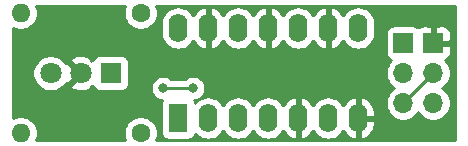
<source format=gbl>
G04 #@! TF.GenerationSoftware,KiCad,Pcbnew,(5.1.5)-3*
G04 #@! TF.CreationDate,2020-11-21T23:04:19+01:00*
G04 #@! TF.ProjectId,C64 IRQ LED,43363420-4952-4512-904c-45442e6b6963,rev?*
G04 #@! TF.SameCoordinates,Original*
G04 #@! TF.FileFunction,Copper,L2,Bot*
G04 #@! TF.FilePolarity,Positive*
%FSLAX46Y46*%
G04 Gerber Fmt 4.6, Leading zero omitted, Abs format (unit mm)*
G04 Created by KiCad (PCBNEW (5.1.5)-3) date 2020-11-21 23:04:19*
%MOMM*%
%LPD*%
G04 APERTURE LIST*
%ADD10C,1.800000*%
%ADD11R,1.800000X1.800000*%
%ADD12O,1.700000X1.700000*%
%ADD13R,1.700000X1.700000*%
%ADD14O,1.600000X1.600000*%
%ADD15C,1.600000*%
%ADD16O,1.600000X2.400000*%
%ADD17R,1.600000X2.400000*%
%ADD18C,0.800000*%
%ADD19C,0.250000*%
%ADD20C,0.254000*%
G04 APERTURE END LIST*
D10*
X116205000Y-114935000D03*
X118745000Y-114935000D03*
D11*
X121285000Y-114935000D03*
D12*
X148590000Y-117475000D03*
X148590000Y-114935000D03*
D13*
X148590000Y-112395000D03*
D14*
X113665000Y-120015000D03*
D15*
X123825000Y-120015000D03*
X123825000Y-109855000D03*
D14*
X113665000Y-109855000D03*
D16*
X127000000Y-111125000D03*
X142240000Y-118745000D03*
X129540000Y-111125000D03*
X139700000Y-118745000D03*
X132080000Y-111125000D03*
X137160000Y-118745000D03*
X134620000Y-111125000D03*
X134620000Y-118745000D03*
X137160000Y-111125000D03*
X132080000Y-118745000D03*
X139700000Y-111125000D03*
X129540000Y-118745000D03*
X142240000Y-111125000D03*
D17*
X127000000Y-118745000D03*
D12*
X146050000Y-117475000D03*
X146050000Y-114935000D03*
D13*
X146050000Y-112395000D03*
D18*
X125730000Y-116205000D03*
X128270000Y-116205000D03*
D19*
X146050000Y-117475000D02*
X148590000Y-114935000D01*
X125730000Y-116205000D02*
X128270000Y-116205000D01*
D20*
G36*
X122445147Y-109436426D02*
G01*
X122390000Y-109713665D01*
X122390000Y-109996335D01*
X122445147Y-110273574D01*
X122553320Y-110534727D01*
X122710363Y-110769759D01*
X122910241Y-110969637D01*
X123145273Y-111126680D01*
X123406426Y-111234853D01*
X123683665Y-111290000D01*
X123966335Y-111290000D01*
X124243574Y-111234853D01*
X124504727Y-111126680D01*
X124739759Y-110969637D01*
X124939637Y-110769759D01*
X125016644Y-110654509D01*
X125565000Y-110654509D01*
X125565000Y-111595492D01*
X125585764Y-111806309D01*
X125667818Y-112076808D01*
X125801068Y-112326101D01*
X125980393Y-112544608D01*
X126198900Y-112723932D01*
X126448193Y-112857182D01*
X126718692Y-112939236D01*
X127000000Y-112966943D01*
X127281309Y-112939236D01*
X127551808Y-112857182D01*
X127801101Y-112723932D01*
X128019608Y-112544608D01*
X128198932Y-112326101D01*
X128267265Y-112198259D01*
X128417399Y-112427839D01*
X128615105Y-112629500D01*
X128848354Y-112788715D01*
X129108182Y-112899367D01*
X129190961Y-112916904D01*
X129413000Y-112794915D01*
X129413000Y-111252000D01*
X129393000Y-111252000D01*
X129393000Y-110998000D01*
X129413000Y-110998000D01*
X129413000Y-109455085D01*
X129667000Y-109455085D01*
X129667000Y-110998000D01*
X129687000Y-110998000D01*
X129687000Y-111252000D01*
X129667000Y-111252000D01*
X129667000Y-112794915D01*
X129889039Y-112916904D01*
X129971818Y-112899367D01*
X130231646Y-112788715D01*
X130464895Y-112629500D01*
X130662601Y-112427839D01*
X130812735Y-112198259D01*
X130881068Y-112326101D01*
X131060393Y-112544608D01*
X131278900Y-112723932D01*
X131528193Y-112857182D01*
X131798692Y-112939236D01*
X132080000Y-112966943D01*
X132361309Y-112939236D01*
X132631808Y-112857182D01*
X132881101Y-112723932D01*
X133099608Y-112544608D01*
X133278932Y-112326101D01*
X133347265Y-112198259D01*
X133497399Y-112427839D01*
X133695105Y-112629500D01*
X133928354Y-112788715D01*
X134188182Y-112899367D01*
X134270961Y-112916904D01*
X134493000Y-112794915D01*
X134493000Y-111252000D01*
X134473000Y-111252000D01*
X134473000Y-110998000D01*
X134493000Y-110998000D01*
X134493000Y-109455085D01*
X134747000Y-109455085D01*
X134747000Y-110998000D01*
X134767000Y-110998000D01*
X134767000Y-111252000D01*
X134747000Y-111252000D01*
X134747000Y-112794915D01*
X134969039Y-112916904D01*
X135051818Y-112899367D01*
X135311646Y-112788715D01*
X135544895Y-112629500D01*
X135742601Y-112427839D01*
X135892735Y-112198259D01*
X135961068Y-112326101D01*
X136140393Y-112544608D01*
X136358900Y-112723932D01*
X136608193Y-112857182D01*
X136878692Y-112939236D01*
X137160000Y-112966943D01*
X137441309Y-112939236D01*
X137711808Y-112857182D01*
X137961101Y-112723932D01*
X138179608Y-112544608D01*
X138358932Y-112326101D01*
X138427265Y-112198259D01*
X138577399Y-112427839D01*
X138775105Y-112629500D01*
X139008354Y-112788715D01*
X139268182Y-112899367D01*
X139350961Y-112916904D01*
X139573000Y-112794915D01*
X139573000Y-111252000D01*
X139553000Y-111252000D01*
X139553000Y-110998000D01*
X139573000Y-110998000D01*
X139573000Y-109455085D01*
X139827000Y-109455085D01*
X139827000Y-110998000D01*
X139847000Y-110998000D01*
X139847000Y-111252000D01*
X139827000Y-111252000D01*
X139827000Y-112794915D01*
X140049039Y-112916904D01*
X140131818Y-112899367D01*
X140391646Y-112788715D01*
X140624895Y-112629500D01*
X140822601Y-112427839D01*
X140972735Y-112198259D01*
X141041068Y-112326101D01*
X141220393Y-112544608D01*
X141438900Y-112723932D01*
X141688193Y-112857182D01*
X141958692Y-112939236D01*
X142240000Y-112966943D01*
X142521309Y-112939236D01*
X142791808Y-112857182D01*
X143041101Y-112723932D01*
X143259608Y-112544608D01*
X143438932Y-112326101D01*
X143572182Y-112076808D01*
X143654236Y-111806309D01*
X143675000Y-111595491D01*
X143675000Y-111545000D01*
X144561928Y-111545000D01*
X144561928Y-113245000D01*
X144574188Y-113369482D01*
X144610498Y-113489180D01*
X144669463Y-113599494D01*
X144748815Y-113696185D01*
X144845506Y-113775537D01*
X144955820Y-113834502D01*
X145028380Y-113856513D01*
X144896525Y-113988368D01*
X144734010Y-114231589D01*
X144622068Y-114501842D01*
X144565000Y-114788740D01*
X144565000Y-115081260D01*
X144622068Y-115368158D01*
X144734010Y-115638411D01*
X144896525Y-115881632D01*
X145103368Y-116088475D01*
X145277760Y-116205000D01*
X145103368Y-116321525D01*
X144896525Y-116528368D01*
X144734010Y-116771589D01*
X144622068Y-117041842D01*
X144565000Y-117328740D01*
X144565000Y-117621260D01*
X144622068Y-117908158D01*
X144734010Y-118178411D01*
X144896525Y-118421632D01*
X145103368Y-118628475D01*
X145346589Y-118790990D01*
X145616842Y-118902932D01*
X145903740Y-118960000D01*
X146196260Y-118960000D01*
X146483158Y-118902932D01*
X146753411Y-118790990D01*
X146996632Y-118628475D01*
X147203475Y-118421632D01*
X147320000Y-118247240D01*
X147436525Y-118421632D01*
X147643368Y-118628475D01*
X147886589Y-118790990D01*
X148156842Y-118902932D01*
X148443740Y-118960000D01*
X148736260Y-118960000D01*
X149023158Y-118902932D01*
X149293411Y-118790990D01*
X149536632Y-118628475D01*
X149743475Y-118421632D01*
X149905990Y-118178411D01*
X150017932Y-117908158D01*
X150075000Y-117621260D01*
X150075000Y-117328740D01*
X150017932Y-117041842D01*
X149905990Y-116771589D01*
X149743475Y-116528368D01*
X149536632Y-116321525D01*
X149362240Y-116205000D01*
X149536632Y-116088475D01*
X149743475Y-115881632D01*
X149905990Y-115638411D01*
X150017932Y-115368158D01*
X150075000Y-115081260D01*
X150075000Y-114788740D01*
X150017932Y-114501842D01*
X149905990Y-114231589D01*
X149743475Y-113988368D01*
X149611620Y-113856513D01*
X149684180Y-113834502D01*
X149794494Y-113775537D01*
X149891185Y-113696185D01*
X149970537Y-113599494D01*
X150029502Y-113489180D01*
X150065812Y-113369482D01*
X150078072Y-113245000D01*
X150075000Y-112680750D01*
X149916250Y-112522000D01*
X148717000Y-112522000D01*
X148717000Y-112542000D01*
X148463000Y-112542000D01*
X148463000Y-112522000D01*
X148443000Y-112522000D01*
X148443000Y-112268000D01*
X148463000Y-112268000D01*
X148463000Y-111068750D01*
X148717000Y-111068750D01*
X148717000Y-112268000D01*
X149916250Y-112268000D01*
X150075000Y-112109250D01*
X150078072Y-111545000D01*
X150065812Y-111420518D01*
X150029502Y-111300820D01*
X149970537Y-111190506D01*
X149891185Y-111093815D01*
X149794494Y-111014463D01*
X149684180Y-110955498D01*
X149564482Y-110919188D01*
X149440000Y-110906928D01*
X148875750Y-110910000D01*
X148717000Y-111068750D01*
X148463000Y-111068750D01*
X148304250Y-110910000D01*
X147740000Y-110906928D01*
X147615518Y-110919188D01*
X147495820Y-110955498D01*
X147385506Y-111014463D01*
X147320000Y-111068222D01*
X147254494Y-111014463D01*
X147144180Y-110955498D01*
X147024482Y-110919188D01*
X146900000Y-110906928D01*
X145200000Y-110906928D01*
X145075518Y-110919188D01*
X144955820Y-110955498D01*
X144845506Y-111014463D01*
X144748815Y-111093815D01*
X144669463Y-111190506D01*
X144610498Y-111300820D01*
X144574188Y-111420518D01*
X144561928Y-111545000D01*
X143675000Y-111545000D01*
X143675000Y-110654508D01*
X143654236Y-110443691D01*
X143572182Y-110173192D01*
X143438932Y-109923899D01*
X143259607Y-109705392D01*
X143041100Y-109526068D01*
X142791807Y-109392818D01*
X142521308Y-109310764D01*
X142240000Y-109283057D01*
X141958691Y-109310764D01*
X141688192Y-109392818D01*
X141438899Y-109526068D01*
X141220392Y-109705393D01*
X141041068Y-109923900D01*
X140972735Y-110051742D01*
X140822601Y-109822161D01*
X140624895Y-109620500D01*
X140391646Y-109461285D01*
X140131818Y-109350633D01*
X140049039Y-109333096D01*
X139827000Y-109455085D01*
X139573000Y-109455085D01*
X139350961Y-109333096D01*
X139268182Y-109350633D01*
X139008354Y-109461285D01*
X138775105Y-109620500D01*
X138577399Y-109822161D01*
X138427265Y-110051741D01*
X138358932Y-109923899D01*
X138179607Y-109705392D01*
X137961100Y-109526068D01*
X137711807Y-109392818D01*
X137441308Y-109310764D01*
X137160000Y-109283057D01*
X136878691Y-109310764D01*
X136608192Y-109392818D01*
X136358899Y-109526068D01*
X136140392Y-109705393D01*
X135961068Y-109923900D01*
X135892735Y-110051742D01*
X135742601Y-109822161D01*
X135544895Y-109620500D01*
X135311646Y-109461285D01*
X135051818Y-109350633D01*
X134969039Y-109333096D01*
X134747000Y-109455085D01*
X134493000Y-109455085D01*
X134270961Y-109333096D01*
X134188182Y-109350633D01*
X133928354Y-109461285D01*
X133695105Y-109620500D01*
X133497399Y-109822161D01*
X133347265Y-110051741D01*
X133278932Y-109923899D01*
X133099607Y-109705392D01*
X132881100Y-109526068D01*
X132631807Y-109392818D01*
X132361308Y-109310764D01*
X132080000Y-109283057D01*
X131798691Y-109310764D01*
X131528192Y-109392818D01*
X131278899Y-109526068D01*
X131060392Y-109705393D01*
X130881068Y-109923900D01*
X130812735Y-110051742D01*
X130662601Y-109822161D01*
X130464895Y-109620500D01*
X130231646Y-109461285D01*
X129971818Y-109350633D01*
X129889039Y-109333096D01*
X129667000Y-109455085D01*
X129413000Y-109455085D01*
X129190961Y-109333096D01*
X129108182Y-109350633D01*
X128848354Y-109461285D01*
X128615105Y-109620500D01*
X128417399Y-109822161D01*
X128267265Y-110051741D01*
X128198932Y-109923899D01*
X128019607Y-109705392D01*
X127801100Y-109526068D01*
X127551807Y-109392818D01*
X127281308Y-109310764D01*
X127000000Y-109283057D01*
X126718691Y-109310764D01*
X126448192Y-109392818D01*
X126198899Y-109526068D01*
X125980392Y-109705393D01*
X125801068Y-109923900D01*
X125667818Y-110173193D01*
X125585764Y-110443692D01*
X125565000Y-110654509D01*
X125016644Y-110654509D01*
X125096680Y-110534727D01*
X125204853Y-110273574D01*
X125260000Y-109996335D01*
X125260000Y-109713665D01*
X125204853Y-109436426D01*
X125125562Y-109245000D01*
X150462725Y-109245000D01*
X150469513Y-109245666D01*
X150470000Y-109250301D01*
X150470001Y-120617715D01*
X150469335Y-120624513D01*
X150464699Y-120625000D01*
X125125562Y-120625000D01*
X125204853Y-120433574D01*
X125260000Y-120156335D01*
X125260000Y-119873665D01*
X125204853Y-119596426D01*
X125096680Y-119335273D01*
X124939637Y-119100241D01*
X124739759Y-118900363D01*
X124504727Y-118743320D01*
X124243574Y-118635147D01*
X123966335Y-118580000D01*
X123683665Y-118580000D01*
X123406426Y-118635147D01*
X123145273Y-118743320D01*
X122910241Y-118900363D01*
X122710363Y-119100241D01*
X122553320Y-119335273D01*
X122445147Y-119596426D01*
X122390000Y-119873665D01*
X122390000Y-120156335D01*
X122445147Y-120433574D01*
X122524438Y-120625000D01*
X114965562Y-120625000D01*
X115044853Y-120433574D01*
X115100000Y-120156335D01*
X115100000Y-119873665D01*
X115044853Y-119596426D01*
X114936680Y-119335273D01*
X114779637Y-119100241D01*
X114579759Y-118900363D01*
X114344727Y-118743320D01*
X114083574Y-118635147D01*
X113806335Y-118580000D01*
X113523665Y-118580000D01*
X113246426Y-118635147D01*
X113055000Y-118714438D01*
X113055000Y-114783816D01*
X114670000Y-114783816D01*
X114670000Y-115086184D01*
X114728989Y-115382743D01*
X114844701Y-115662095D01*
X115012688Y-115913505D01*
X115226495Y-116127312D01*
X115477905Y-116295299D01*
X115757257Y-116411011D01*
X116053816Y-116470000D01*
X116356184Y-116470000D01*
X116652743Y-116411011D01*
X116932095Y-116295299D01*
X117183505Y-116127312D01*
X117397312Y-115913505D01*
X117499951Y-115759895D01*
X117680920Y-115819475D01*
X118565395Y-114935000D01*
X117680920Y-114050525D01*
X117499951Y-114110105D01*
X117397312Y-113956495D01*
X117311737Y-113870920D01*
X117860525Y-113870920D01*
X118745000Y-114755395D01*
X118759143Y-114741253D01*
X118938748Y-114920858D01*
X118924605Y-114935000D01*
X118938748Y-114949143D01*
X118759143Y-115128748D01*
X118745000Y-115114605D01*
X117860525Y-115999080D01*
X117944208Y-116253261D01*
X118216775Y-116384158D01*
X118509642Y-116459365D01*
X118811553Y-116475991D01*
X119110907Y-116433397D01*
X119396199Y-116333222D01*
X119545792Y-116253261D01*
X119629474Y-115999082D01*
X119745422Y-116115030D01*
X119792187Y-116068265D01*
X119795498Y-116079180D01*
X119854463Y-116189494D01*
X119933815Y-116286185D01*
X120030506Y-116365537D01*
X120140820Y-116424502D01*
X120260518Y-116460812D01*
X120385000Y-116473072D01*
X122185000Y-116473072D01*
X122309482Y-116460812D01*
X122429180Y-116424502D01*
X122539494Y-116365537D01*
X122636185Y-116286185D01*
X122715537Y-116189494D01*
X122761737Y-116103061D01*
X124695000Y-116103061D01*
X124695000Y-116306939D01*
X124734774Y-116506898D01*
X124812795Y-116695256D01*
X124926063Y-116864774D01*
X125070226Y-117008937D01*
X125239744Y-117122205D01*
X125428102Y-117200226D01*
X125628061Y-117240000D01*
X125643007Y-117240000D01*
X125610498Y-117300820D01*
X125574188Y-117420518D01*
X125561928Y-117545000D01*
X125561928Y-119945000D01*
X125574188Y-120069482D01*
X125610498Y-120189180D01*
X125669463Y-120299494D01*
X125748815Y-120396185D01*
X125845506Y-120475537D01*
X125955820Y-120534502D01*
X126075518Y-120570812D01*
X126200000Y-120583072D01*
X127800000Y-120583072D01*
X127924482Y-120570812D01*
X128044180Y-120534502D01*
X128154494Y-120475537D01*
X128251185Y-120396185D01*
X128330537Y-120299494D01*
X128389502Y-120189180D01*
X128425812Y-120069482D01*
X128427581Y-120051517D01*
X128520393Y-120164608D01*
X128738900Y-120343932D01*
X128988193Y-120477182D01*
X129258692Y-120559236D01*
X129540000Y-120586943D01*
X129821309Y-120559236D01*
X130091808Y-120477182D01*
X130341101Y-120343932D01*
X130559608Y-120164608D01*
X130738932Y-119946101D01*
X130810000Y-119813142D01*
X130881068Y-119946101D01*
X131060393Y-120164608D01*
X131278900Y-120343932D01*
X131528193Y-120477182D01*
X131798692Y-120559236D01*
X132080000Y-120586943D01*
X132361309Y-120559236D01*
X132631808Y-120477182D01*
X132881101Y-120343932D01*
X133099608Y-120164608D01*
X133278932Y-119946101D01*
X133350000Y-119813142D01*
X133421068Y-119946101D01*
X133600393Y-120164608D01*
X133818900Y-120343932D01*
X134068193Y-120477182D01*
X134338692Y-120559236D01*
X134620000Y-120586943D01*
X134901309Y-120559236D01*
X135171808Y-120477182D01*
X135421101Y-120343932D01*
X135639608Y-120164608D01*
X135818932Y-119946101D01*
X135887265Y-119818259D01*
X136037399Y-120047839D01*
X136235105Y-120249500D01*
X136468354Y-120408715D01*
X136728182Y-120519367D01*
X136810961Y-120536904D01*
X137033000Y-120414915D01*
X137033000Y-118872000D01*
X137013000Y-118872000D01*
X137013000Y-118618000D01*
X137033000Y-118618000D01*
X137033000Y-117075085D01*
X137287000Y-117075085D01*
X137287000Y-118618000D01*
X137307000Y-118618000D01*
X137307000Y-118872000D01*
X137287000Y-118872000D01*
X137287000Y-120414915D01*
X137509039Y-120536904D01*
X137591818Y-120519367D01*
X137851646Y-120408715D01*
X138084895Y-120249500D01*
X138282601Y-120047839D01*
X138432735Y-119818259D01*
X138501068Y-119946101D01*
X138680393Y-120164608D01*
X138898900Y-120343932D01*
X139148193Y-120477182D01*
X139418692Y-120559236D01*
X139700000Y-120586943D01*
X139981309Y-120559236D01*
X140251808Y-120477182D01*
X140501101Y-120343932D01*
X140719608Y-120164608D01*
X140898932Y-119946101D01*
X140967265Y-119818259D01*
X141117399Y-120047839D01*
X141315105Y-120249500D01*
X141548354Y-120408715D01*
X141808182Y-120519367D01*
X141890961Y-120536904D01*
X142113000Y-120414915D01*
X142113000Y-118872000D01*
X142367000Y-118872000D01*
X142367000Y-120414915D01*
X142589039Y-120536904D01*
X142671818Y-120519367D01*
X142931646Y-120408715D01*
X143164895Y-120249500D01*
X143362601Y-120047839D01*
X143517166Y-119811483D01*
X143622650Y-119549514D01*
X143675000Y-119272000D01*
X143675000Y-118872000D01*
X142367000Y-118872000D01*
X142113000Y-118872000D01*
X142093000Y-118872000D01*
X142093000Y-118618000D01*
X142113000Y-118618000D01*
X142113000Y-117075085D01*
X142367000Y-117075085D01*
X142367000Y-118618000D01*
X143675000Y-118618000D01*
X143675000Y-118218000D01*
X143622650Y-117940486D01*
X143517166Y-117678517D01*
X143362601Y-117442161D01*
X143164895Y-117240500D01*
X142931646Y-117081285D01*
X142671818Y-116970633D01*
X142589039Y-116953096D01*
X142367000Y-117075085D01*
X142113000Y-117075085D01*
X141890961Y-116953096D01*
X141808182Y-116970633D01*
X141548354Y-117081285D01*
X141315105Y-117240500D01*
X141117399Y-117442161D01*
X140967265Y-117671741D01*
X140898932Y-117543899D01*
X140719607Y-117325392D01*
X140501100Y-117146068D01*
X140251807Y-117012818D01*
X139981308Y-116930764D01*
X139700000Y-116903057D01*
X139418691Y-116930764D01*
X139148192Y-117012818D01*
X138898899Y-117146068D01*
X138680392Y-117325393D01*
X138501068Y-117543900D01*
X138432735Y-117671742D01*
X138282601Y-117442161D01*
X138084895Y-117240500D01*
X137851646Y-117081285D01*
X137591818Y-116970633D01*
X137509039Y-116953096D01*
X137287000Y-117075085D01*
X137033000Y-117075085D01*
X136810961Y-116953096D01*
X136728182Y-116970633D01*
X136468354Y-117081285D01*
X136235105Y-117240500D01*
X136037399Y-117442161D01*
X135887265Y-117671741D01*
X135818932Y-117543899D01*
X135639607Y-117325392D01*
X135421100Y-117146068D01*
X135171807Y-117012818D01*
X134901308Y-116930764D01*
X134620000Y-116903057D01*
X134338691Y-116930764D01*
X134068192Y-117012818D01*
X133818899Y-117146068D01*
X133600392Y-117325393D01*
X133421068Y-117543900D01*
X133350000Y-117676858D01*
X133278932Y-117543899D01*
X133099607Y-117325392D01*
X132881100Y-117146068D01*
X132631807Y-117012818D01*
X132361308Y-116930764D01*
X132080000Y-116903057D01*
X131798691Y-116930764D01*
X131528192Y-117012818D01*
X131278899Y-117146068D01*
X131060392Y-117325393D01*
X130881068Y-117543900D01*
X130810000Y-117676858D01*
X130738932Y-117543899D01*
X130559607Y-117325392D01*
X130341100Y-117146068D01*
X130091807Y-117012818D01*
X129821308Y-116930764D01*
X129540000Y-116903057D01*
X129258691Y-116930764D01*
X128988192Y-117012818D01*
X128738899Y-117146068D01*
X128520392Y-117325393D01*
X128427581Y-117438483D01*
X128425812Y-117420518D01*
X128389502Y-117300820D01*
X128356993Y-117240000D01*
X128371939Y-117240000D01*
X128571898Y-117200226D01*
X128760256Y-117122205D01*
X128929774Y-117008937D01*
X129073937Y-116864774D01*
X129187205Y-116695256D01*
X129265226Y-116506898D01*
X129305000Y-116306939D01*
X129305000Y-116103061D01*
X129265226Y-115903102D01*
X129187205Y-115714744D01*
X129073937Y-115545226D01*
X128929774Y-115401063D01*
X128760256Y-115287795D01*
X128571898Y-115209774D01*
X128371939Y-115170000D01*
X128168061Y-115170000D01*
X127968102Y-115209774D01*
X127779744Y-115287795D01*
X127610226Y-115401063D01*
X127566289Y-115445000D01*
X126433711Y-115445000D01*
X126389774Y-115401063D01*
X126220256Y-115287795D01*
X126031898Y-115209774D01*
X125831939Y-115170000D01*
X125628061Y-115170000D01*
X125428102Y-115209774D01*
X125239744Y-115287795D01*
X125070226Y-115401063D01*
X124926063Y-115545226D01*
X124812795Y-115714744D01*
X124734774Y-115903102D01*
X124695000Y-116103061D01*
X122761737Y-116103061D01*
X122774502Y-116079180D01*
X122810812Y-115959482D01*
X122823072Y-115835000D01*
X122823072Y-114035000D01*
X122810812Y-113910518D01*
X122774502Y-113790820D01*
X122715537Y-113680506D01*
X122636185Y-113583815D01*
X122539494Y-113504463D01*
X122429180Y-113445498D01*
X122309482Y-113409188D01*
X122185000Y-113396928D01*
X120385000Y-113396928D01*
X120260518Y-113409188D01*
X120140820Y-113445498D01*
X120030506Y-113504463D01*
X119933815Y-113583815D01*
X119854463Y-113680506D01*
X119795498Y-113790820D01*
X119792187Y-113801735D01*
X119745422Y-113754970D01*
X119629474Y-113870918D01*
X119545792Y-113616739D01*
X119273225Y-113485842D01*
X118980358Y-113410635D01*
X118678447Y-113394009D01*
X118379093Y-113436603D01*
X118093801Y-113536778D01*
X117944208Y-113616739D01*
X117860525Y-113870920D01*
X117311737Y-113870920D01*
X117183505Y-113742688D01*
X116932095Y-113574701D01*
X116652743Y-113458989D01*
X116356184Y-113400000D01*
X116053816Y-113400000D01*
X115757257Y-113458989D01*
X115477905Y-113574701D01*
X115226495Y-113742688D01*
X115012688Y-113956495D01*
X114844701Y-114207905D01*
X114728989Y-114487257D01*
X114670000Y-114783816D01*
X113055000Y-114783816D01*
X113055000Y-111155562D01*
X113246426Y-111234853D01*
X113523665Y-111290000D01*
X113806335Y-111290000D01*
X114083574Y-111234853D01*
X114344727Y-111126680D01*
X114579759Y-110969637D01*
X114779637Y-110769759D01*
X114936680Y-110534727D01*
X115044853Y-110273574D01*
X115100000Y-109996335D01*
X115100000Y-109713665D01*
X115044853Y-109436426D01*
X114965562Y-109245000D01*
X122524438Y-109245000D01*
X122445147Y-109436426D01*
G37*
X122445147Y-109436426D02*
X122390000Y-109713665D01*
X122390000Y-109996335D01*
X122445147Y-110273574D01*
X122553320Y-110534727D01*
X122710363Y-110769759D01*
X122910241Y-110969637D01*
X123145273Y-111126680D01*
X123406426Y-111234853D01*
X123683665Y-111290000D01*
X123966335Y-111290000D01*
X124243574Y-111234853D01*
X124504727Y-111126680D01*
X124739759Y-110969637D01*
X124939637Y-110769759D01*
X125016644Y-110654509D01*
X125565000Y-110654509D01*
X125565000Y-111595492D01*
X125585764Y-111806309D01*
X125667818Y-112076808D01*
X125801068Y-112326101D01*
X125980393Y-112544608D01*
X126198900Y-112723932D01*
X126448193Y-112857182D01*
X126718692Y-112939236D01*
X127000000Y-112966943D01*
X127281309Y-112939236D01*
X127551808Y-112857182D01*
X127801101Y-112723932D01*
X128019608Y-112544608D01*
X128198932Y-112326101D01*
X128267265Y-112198259D01*
X128417399Y-112427839D01*
X128615105Y-112629500D01*
X128848354Y-112788715D01*
X129108182Y-112899367D01*
X129190961Y-112916904D01*
X129413000Y-112794915D01*
X129413000Y-111252000D01*
X129393000Y-111252000D01*
X129393000Y-110998000D01*
X129413000Y-110998000D01*
X129413000Y-109455085D01*
X129667000Y-109455085D01*
X129667000Y-110998000D01*
X129687000Y-110998000D01*
X129687000Y-111252000D01*
X129667000Y-111252000D01*
X129667000Y-112794915D01*
X129889039Y-112916904D01*
X129971818Y-112899367D01*
X130231646Y-112788715D01*
X130464895Y-112629500D01*
X130662601Y-112427839D01*
X130812735Y-112198259D01*
X130881068Y-112326101D01*
X131060393Y-112544608D01*
X131278900Y-112723932D01*
X131528193Y-112857182D01*
X131798692Y-112939236D01*
X132080000Y-112966943D01*
X132361309Y-112939236D01*
X132631808Y-112857182D01*
X132881101Y-112723932D01*
X133099608Y-112544608D01*
X133278932Y-112326101D01*
X133347265Y-112198259D01*
X133497399Y-112427839D01*
X133695105Y-112629500D01*
X133928354Y-112788715D01*
X134188182Y-112899367D01*
X134270961Y-112916904D01*
X134493000Y-112794915D01*
X134493000Y-111252000D01*
X134473000Y-111252000D01*
X134473000Y-110998000D01*
X134493000Y-110998000D01*
X134493000Y-109455085D01*
X134747000Y-109455085D01*
X134747000Y-110998000D01*
X134767000Y-110998000D01*
X134767000Y-111252000D01*
X134747000Y-111252000D01*
X134747000Y-112794915D01*
X134969039Y-112916904D01*
X135051818Y-112899367D01*
X135311646Y-112788715D01*
X135544895Y-112629500D01*
X135742601Y-112427839D01*
X135892735Y-112198259D01*
X135961068Y-112326101D01*
X136140393Y-112544608D01*
X136358900Y-112723932D01*
X136608193Y-112857182D01*
X136878692Y-112939236D01*
X137160000Y-112966943D01*
X137441309Y-112939236D01*
X137711808Y-112857182D01*
X137961101Y-112723932D01*
X138179608Y-112544608D01*
X138358932Y-112326101D01*
X138427265Y-112198259D01*
X138577399Y-112427839D01*
X138775105Y-112629500D01*
X139008354Y-112788715D01*
X139268182Y-112899367D01*
X139350961Y-112916904D01*
X139573000Y-112794915D01*
X139573000Y-111252000D01*
X139553000Y-111252000D01*
X139553000Y-110998000D01*
X139573000Y-110998000D01*
X139573000Y-109455085D01*
X139827000Y-109455085D01*
X139827000Y-110998000D01*
X139847000Y-110998000D01*
X139847000Y-111252000D01*
X139827000Y-111252000D01*
X139827000Y-112794915D01*
X140049039Y-112916904D01*
X140131818Y-112899367D01*
X140391646Y-112788715D01*
X140624895Y-112629500D01*
X140822601Y-112427839D01*
X140972735Y-112198259D01*
X141041068Y-112326101D01*
X141220393Y-112544608D01*
X141438900Y-112723932D01*
X141688193Y-112857182D01*
X141958692Y-112939236D01*
X142240000Y-112966943D01*
X142521309Y-112939236D01*
X142791808Y-112857182D01*
X143041101Y-112723932D01*
X143259608Y-112544608D01*
X143438932Y-112326101D01*
X143572182Y-112076808D01*
X143654236Y-111806309D01*
X143675000Y-111595491D01*
X143675000Y-111545000D01*
X144561928Y-111545000D01*
X144561928Y-113245000D01*
X144574188Y-113369482D01*
X144610498Y-113489180D01*
X144669463Y-113599494D01*
X144748815Y-113696185D01*
X144845506Y-113775537D01*
X144955820Y-113834502D01*
X145028380Y-113856513D01*
X144896525Y-113988368D01*
X144734010Y-114231589D01*
X144622068Y-114501842D01*
X144565000Y-114788740D01*
X144565000Y-115081260D01*
X144622068Y-115368158D01*
X144734010Y-115638411D01*
X144896525Y-115881632D01*
X145103368Y-116088475D01*
X145277760Y-116205000D01*
X145103368Y-116321525D01*
X144896525Y-116528368D01*
X144734010Y-116771589D01*
X144622068Y-117041842D01*
X144565000Y-117328740D01*
X144565000Y-117621260D01*
X144622068Y-117908158D01*
X144734010Y-118178411D01*
X144896525Y-118421632D01*
X145103368Y-118628475D01*
X145346589Y-118790990D01*
X145616842Y-118902932D01*
X145903740Y-118960000D01*
X146196260Y-118960000D01*
X146483158Y-118902932D01*
X146753411Y-118790990D01*
X146996632Y-118628475D01*
X147203475Y-118421632D01*
X147320000Y-118247240D01*
X147436525Y-118421632D01*
X147643368Y-118628475D01*
X147886589Y-118790990D01*
X148156842Y-118902932D01*
X148443740Y-118960000D01*
X148736260Y-118960000D01*
X149023158Y-118902932D01*
X149293411Y-118790990D01*
X149536632Y-118628475D01*
X149743475Y-118421632D01*
X149905990Y-118178411D01*
X150017932Y-117908158D01*
X150075000Y-117621260D01*
X150075000Y-117328740D01*
X150017932Y-117041842D01*
X149905990Y-116771589D01*
X149743475Y-116528368D01*
X149536632Y-116321525D01*
X149362240Y-116205000D01*
X149536632Y-116088475D01*
X149743475Y-115881632D01*
X149905990Y-115638411D01*
X150017932Y-115368158D01*
X150075000Y-115081260D01*
X150075000Y-114788740D01*
X150017932Y-114501842D01*
X149905990Y-114231589D01*
X149743475Y-113988368D01*
X149611620Y-113856513D01*
X149684180Y-113834502D01*
X149794494Y-113775537D01*
X149891185Y-113696185D01*
X149970537Y-113599494D01*
X150029502Y-113489180D01*
X150065812Y-113369482D01*
X150078072Y-113245000D01*
X150075000Y-112680750D01*
X149916250Y-112522000D01*
X148717000Y-112522000D01*
X148717000Y-112542000D01*
X148463000Y-112542000D01*
X148463000Y-112522000D01*
X148443000Y-112522000D01*
X148443000Y-112268000D01*
X148463000Y-112268000D01*
X148463000Y-111068750D01*
X148717000Y-111068750D01*
X148717000Y-112268000D01*
X149916250Y-112268000D01*
X150075000Y-112109250D01*
X150078072Y-111545000D01*
X150065812Y-111420518D01*
X150029502Y-111300820D01*
X149970537Y-111190506D01*
X149891185Y-111093815D01*
X149794494Y-111014463D01*
X149684180Y-110955498D01*
X149564482Y-110919188D01*
X149440000Y-110906928D01*
X148875750Y-110910000D01*
X148717000Y-111068750D01*
X148463000Y-111068750D01*
X148304250Y-110910000D01*
X147740000Y-110906928D01*
X147615518Y-110919188D01*
X147495820Y-110955498D01*
X147385506Y-111014463D01*
X147320000Y-111068222D01*
X147254494Y-111014463D01*
X147144180Y-110955498D01*
X147024482Y-110919188D01*
X146900000Y-110906928D01*
X145200000Y-110906928D01*
X145075518Y-110919188D01*
X144955820Y-110955498D01*
X144845506Y-111014463D01*
X144748815Y-111093815D01*
X144669463Y-111190506D01*
X144610498Y-111300820D01*
X144574188Y-111420518D01*
X144561928Y-111545000D01*
X143675000Y-111545000D01*
X143675000Y-110654508D01*
X143654236Y-110443691D01*
X143572182Y-110173192D01*
X143438932Y-109923899D01*
X143259607Y-109705392D01*
X143041100Y-109526068D01*
X142791807Y-109392818D01*
X142521308Y-109310764D01*
X142240000Y-109283057D01*
X141958691Y-109310764D01*
X141688192Y-109392818D01*
X141438899Y-109526068D01*
X141220392Y-109705393D01*
X141041068Y-109923900D01*
X140972735Y-110051742D01*
X140822601Y-109822161D01*
X140624895Y-109620500D01*
X140391646Y-109461285D01*
X140131818Y-109350633D01*
X140049039Y-109333096D01*
X139827000Y-109455085D01*
X139573000Y-109455085D01*
X139350961Y-109333096D01*
X139268182Y-109350633D01*
X139008354Y-109461285D01*
X138775105Y-109620500D01*
X138577399Y-109822161D01*
X138427265Y-110051741D01*
X138358932Y-109923899D01*
X138179607Y-109705392D01*
X137961100Y-109526068D01*
X137711807Y-109392818D01*
X137441308Y-109310764D01*
X137160000Y-109283057D01*
X136878691Y-109310764D01*
X136608192Y-109392818D01*
X136358899Y-109526068D01*
X136140392Y-109705393D01*
X135961068Y-109923900D01*
X135892735Y-110051742D01*
X135742601Y-109822161D01*
X135544895Y-109620500D01*
X135311646Y-109461285D01*
X135051818Y-109350633D01*
X134969039Y-109333096D01*
X134747000Y-109455085D01*
X134493000Y-109455085D01*
X134270961Y-109333096D01*
X134188182Y-109350633D01*
X133928354Y-109461285D01*
X133695105Y-109620500D01*
X133497399Y-109822161D01*
X133347265Y-110051741D01*
X133278932Y-109923899D01*
X133099607Y-109705392D01*
X132881100Y-109526068D01*
X132631807Y-109392818D01*
X132361308Y-109310764D01*
X132080000Y-109283057D01*
X131798691Y-109310764D01*
X131528192Y-109392818D01*
X131278899Y-109526068D01*
X131060392Y-109705393D01*
X130881068Y-109923900D01*
X130812735Y-110051742D01*
X130662601Y-109822161D01*
X130464895Y-109620500D01*
X130231646Y-109461285D01*
X129971818Y-109350633D01*
X129889039Y-109333096D01*
X129667000Y-109455085D01*
X129413000Y-109455085D01*
X129190961Y-109333096D01*
X129108182Y-109350633D01*
X128848354Y-109461285D01*
X128615105Y-109620500D01*
X128417399Y-109822161D01*
X128267265Y-110051741D01*
X128198932Y-109923899D01*
X128019607Y-109705392D01*
X127801100Y-109526068D01*
X127551807Y-109392818D01*
X127281308Y-109310764D01*
X127000000Y-109283057D01*
X126718691Y-109310764D01*
X126448192Y-109392818D01*
X126198899Y-109526068D01*
X125980392Y-109705393D01*
X125801068Y-109923900D01*
X125667818Y-110173193D01*
X125585764Y-110443692D01*
X125565000Y-110654509D01*
X125016644Y-110654509D01*
X125096680Y-110534727D01*
X125204853Y-110273574D01*
X125260000Y-109996335D01*
X125260000Y-109713665D01*
X125204853Y-109436426D01*
X125125562Y-109245000D01*
X150462725Y-109245000D01*
X150469513Y-109245666D01*
X150470000Y-109250301D01*
X150470001Y-120617715D01*
X150469335Y-120624513D01*
X150464699Y-120625000D01*
X125125562Y-120625000D01*
X125204853Y-120433574D01*
X125260000Y-120156335D01*
X125260000Y-119873665D01*
X125204853Y-119596426D01*
X125096680Y-119335273D01*
X124939637Y-119100241D01*
X124739759Y-118900363D01*
X124504727Y-118743320D01*
X124243574Y-118635147D01*
X123966335Y-118580000D01*
X123683665Y-118580000D01*
X123406426Y-118635147D01*
X123145273Y-118743320D01*
X122910241Y-118900363D01*
X122710363Y-119100241D01*
X122553320Y-119335273D01*
X122445147Y-119596426D01*
X122390000Y-119873665D01*
X122390000Y-120156335D01*
X122445147Y-120433574D01*
X122524438Y-120625000D01*
X114965562Y-120625000D01*
X115044853Y-120433574D01*
X115100000Y-120156335D01*
X115100000Y-119873665D01*
X115044853Y-119596426D01*
X114936680Y-119335273D01*
X114779637Y-119100241D01*
X114579759Y-118900363D01*
X114344727Y-118743320D01*
X114083574Y-118635147D01*
X113806335Y-118580000D01*
X113523665Y-118580000D01*
X113246426Y-118635147D01*
X113055000Y-118714438D01*
X113055000Y-114783816D01*
X114670000Y-114783816D01*
X114670000Y-115086184D01*
X114728989Y-115382743D01*
X114844701Y-115662095D01*
X115012688Y-115913505D01*
X115226495Y-116127312D01*
X115477905Y-116295299D01*
X115757257Y-116411011D01*
X116053816Y-116470000D01*
X116356184Y-116470000D01*
X116652743Y-116411011D01*
X116932095Y-116295299D01*
X117183505Y-116127312D01*
X117397312Y-115913505D01*
X117499951Y-115759895D01*
X117680920Y-115819475D01*
X118565395Y-114935000D01*
X117680920Y-114050525D01*
X117499951Y-114110105D01*
X117397312Y-113956495D01*
X117311737Y-113870920D01*
X117860525Y-113870920D01*
X118745000Y-114755395D01*
X118759143Y-114741253D01*
X118938748Y-114920858D01*
X118924605Y-114935000D01*
X118938748Y-114949143D01*
X118759143Y-115128748D01*
X118745000Y-115114605D01*
X117860525Y-115999080D01*
X117944208Y-116253261D01*
X118216775Y-116384158D01*
X118509642Y-116459365D01*
X118811553Y-116475991D01*
X119110907Y-116433397D01*
X119396199Y-116333222D01*
X119545792Y-116253261D01*
X119629474Y-115999082D01*
X119745422Y-116115030D01*
X119792187Y-116068265D01*
X119795498Y-116079180D01*
X119854463Y-116189494D01*
X119933815Y-116286185D01*
X120030506Y-116365537D01*
X120140820Y-116424502D01*
X120260518Y-116460812D01*
X120385000Y-116473072D01*
X122185000Y-116473072D01*
X122309482Y-116460812D01*
X122429180Y-116424502D01*
X122539494Y-116365537D01*
X122636185Y-116286185D01*
X122715537Y-116189494D01*
X122761737Y-116103061D01*
X124695000Y-116103061D01*
X124695000Y-116306939D01*
X124734774Y-116506898D01*
X124812795Y-116695256D01*
X124926063Y-116864774D01*
X125070226Y-117008937D01*
X125239744Y-117122205D01*
X125428102Y-117200226D01*
X125628061Y-117240000D01*
X125643007Y-117240000D01*
X125610498Y-117300820D01*
X125574188Y-117420518D01*
X125561928Y-117545000D01*
X125561928Y-119945000D01*
X125574188Y-120069482D01*
X125610498Y-120189180D01*
X125669463Y-120299494D01*
X125748815Y-120396185D01*
X125845506Y-120475537D01*
X125955820Y-120534502D01*
X126075518Y-120570812D01*
X126200000Y-120583072D01*
X127800000Y-120583072D01*
X127924482Y-120570812D01*
X128044180Y-120534502D01*
X128154494Y-120475537D01*
X128251185Y-120396185D01*
X128330537Y-120299494D01*
X128389502Y-120189180D01*
X128425812Y-120069482D01*
X128427581Y-120051517D01*
X128520393Y-120164608D01*
X128738900Y-120343932D01*
X128988193Y-120477182D01*
X129258692Y-120559236D01*
X129540000Y-120586943D01*
X129821309Y-120559236D01*
X130091808Y-120477182D01*
X130341101Y-120343932D01*
X130559608Y-120164608D01*
X130738932Y-119946101D01*
X130810000Y-119813142D01*
X130881068Y-119946101D01*
X131060393Y-120164608D01*
X131278900Y-120343932D01*
X131528193Y-120477182D01*
X131798692Y-120559236D01*
X132080000Y-120586943D01*
X132361309Y-120559236D01*
X132631808Y-120477182D01*
X132881101Y-120343932D01*
X133099608Y-120164608D01*
X133278932Y-119946101D01*
X133350000Y-119813142D01*
X133421068Y-119946101D01*
X133600393Y-120164608D01*
X133818900Y-120343932D01*
X134068193Y-120477182D01*
X134338692Y-120559236D01*
X134620000Y-120586943D01*
X134901309Y-120559236D01*
X135171808Y-120477182D01*
X135421101Y-120343932D01*
X135639608Y-120164608D01*
X135818932Y-119946101D01*
X135887265Y-119818259D01*
X136037399Y-120047839D01*
X136235105Y-120249500D01*
X136468354Y-120408715D01*
X136728182Y-120519367D01*
X136810961Y-120536904D01*
X137033000Y-120414915D01*
X137033000Y-118872000D01*
X137013000Y-118872000D01*
X137013000Y-118618000D01*
X137033000Y-118618000D01*
X137033000Y-117075085D01*
X137287000Y-117075085D01*
X137287000Y-118618000D01*
X137307000Y-118618000D01*
X137307000Y-118872000D01*
X137287000Y-118872000D01*
X137287000Y-120414915D01*
X137509039Y-120536904D01*
X137591818Y-120519367D01*
X137851646Y-120408715D01*
X138084895Y-120249500D01*
X138282601Y-120047839D01*
X138432735Y-119818259D01*
X138501068Y-119946101D01*
X138680393Y-120164608D01*
X138898900Y-120343932D01*
X139148193Y-120477182D01*
X139418692Y-120559236D01*
X139700000Y-120586943D01*
X139981309Y-120559236D01*
X140251808Y-120477182D01*
X140501101Y-120343932D01*
X140719608Y-120164608D01*
X140898932Y-119946101D01*
X140967265Y-119818259D01*
X141117399Y-120047839D01*
X141315105Y-120249500D01*
X141548354Y-120408715D01*
X141808182Y-120519367D01*
X141890961Y-120536904D01*
X142113000Y-120414915D01*
X142113000Y-118872000D01*
X142367000Y-118872000D01*
X142367000Y-120414915D01*
X142589039Y-120536904D01*
X142671818Y-120519367D01*
X142931646Y-120408715D01*
X143164895Y-120249500D01*
X143362601Y-120047839D01*
X143517166Y-119811483D01*
X143622650Y-119549514D01*
X143675000Y-119272000D01*
X143675000Y-118872000D01*
X142367000Y-118872000D01*
X142113000Y-118872000D01*
X142093000Y-118872000D01*
X142093000Y-118618000D01*
X142113000Y-118618000D01*
X142113000Y-117075085D01*
X142367000Y-117075085D01*
X142367000Y-118618000D01*
X143675000Y-118618000D01*
X143675000Y-118218000D01*
X143622650Y-117940486D01*
X143517166Y-117678517D01*
X143362601Y-117442161D01*
X143164895Y-117240500D01*
X142931646Y-117081285D01*
X142671818Y-116970633D01*
X142589039Y-116953096D01*
X142367000Y-117075085D01*
X142113000Y-117075085D01*
X141890961Y-116953096D01*
X141808182Y-116970633D01*
X141548354Y-117081285D01*
X141315105Y-117240500D01*
X141117399Y-117442161D01*
X140967265Y-117671741D01*
X140898932Y-117543899D01*
X140719607Y-117325392D01*
X140501100Y-117146068D01*
X140251807Y-117012818D01*
X139981308Y-116930764D01*
X139700000Y-116903057D01*
X139418691Y-116930764D01*
X139148192Y-117012818D01*
X138898899Y-117146068D01*
X138680392Y-117325393D01*
X138501068Y-117543900D01*
X138432735Y-117671742D01*
X138282601Y-117442161D01*
X138084895Y-117240500D01*
X137851646Y-117081285D01*
X137591818Y-116970633D01*
X137509039Y-116953096D01*
X137287000Y-117075085D01*
X137033000Y-117075085D01*
X136810961Y-116953096D01*
X136728182Y-116970633D01*
X136468354Y-117081285D01*
X136235105Y-117240500D01*
X136037399Y-117442161D01*
X135887265Y-117671741D01*
X135818932Y-117543899D01*
X135639607Y-117325392D01*
X135421100Y-117146068D01*
X135171807Y-117012818D01*
X134901308Y-116930764D01*
X134620000Y-116903057D01*
X134338691Y-116930764D01*
X134068192Y-117012818D01*
X133818899Y-117146068D01*
X133600392Y-117325393D01*
X133421068Y-117543900D01*
X133350000Y-117676858D01*
X133278932Y-117543899D01*
X133099607Y-117325392D01*
X132881100Y-117146068D01*
X132631807Y-117012818D01*
X132361308Y-116930764D01*
X132080000Y-116903057D01*
X131798691Y-116930764D01*
X131528192Y-117012818D01*
X131278899Y-117146068D01*
X131060392Y-117325393D01*
X130881068Y-117543900D01*
X130810000Y-117676858D01*
X130738932Y-117543899D01*
X130559607Y-117325392D01*
X130341100Y-117146068D01*
X130091807Y-117012818D01*
X129821308Y-116930764D01*
X129540000Y-116903057D01*
X129258691Y-116930764D01*
X128988192Y-117012818D01*
X128738899Y-117146068D01*
X128520392Y-117325393D01*
X128427581Y-117438483D01*
X128425812Y-117420518D01*
X128389502Y-117300820D01*
X128356993Y-117240000D01*
X128371939Y-117240000D01*
X128571898Y-117200226D01*
X128760256Y-117122205D01*
X128929774Y-117008937D01*
X129073937Y-116864774D01*
X129187205Y-116695256D01*
X129265226Y-116506898D01*
X129305000Y-116306939D01*
X129305000Y-116103061D01*
X129265226Y-115903102D01*
X129187205Y-115714744D01*
X129073937Y-115545226D01*
X128929774Y-115401063D01*
X128760256Y-115287795D01*
X128571898Y-115209774D01*
X128371939Y-115170000D01*
X128168061Y-115170000D01*
X127968102Y-115209774D01*
X127779744Y-115287795D01*
X127610226Y-115401063D01*
X127566289Y-115445000D01*
X126433711Y-115445000D01*
X126389774Y-115401063D01*
X126220256Y-115287795D01*
X126031898Y-115209774D01*
X125831939Y-115170000D01*
X125628061Y-115170000D01*
X125428102Y-115209774D01*
X125239744Y-115287795D01*
X125070226Y-115401063D01*
X124926063Y-115545226D01*
X124812795Y-115714744D01*
X124734774Y-115903102D01*
X124695000Y-116103061D01*
X122761737Y-116103061D01*
X122774502Y-116079180D01*
X122810812Y-115959482D01*
X122823072Y-115835000D01*
X122823072Y-114035000D01*
X122810812Y-113910518D01*
X122774502Y-113790820D01*
X122715537Y-113680506D01*
X122636185Y-113583815D01*
X122539494Y-113504463D01*
X122429180Y-113445498D01*
X122309482Y-113409188D01*
X122185000Y-113396928D01*
X120385000Y-113396928D01*
X120260518Y-113409188D01*
X120140820Y-113445498D01*
X120030506Y-113504463D01*
X119933815Y-113583815D01*
X119854463Y-113680506D01*
X119795498Y-113790820D01*
X119792187Y-113801735D01*
X119745422Y-113754970D01*
X119629474Y-113870918D01*
X119545792Y-113616739D01*
X119273225Y-113485842D01*
X118980358Y-113410635D01*
X118678447Y-113394009D01*
X118379093Y-113436603D01*
X118093801Y-113536778D01*
X117944208Y-113616739D01*
X117860525Y-113870920D01*
X117311737Y-113870920D01*
X117183505Y-113742688D01*
X116932095Y-113574701D01*
X116652743Y-113458989D01*
X116356184Y-113400000D01*
X116053816Y-113400000D01*
X115757257Y-113458989D01*
X115477905Y-113574701D01*
X115226495Y-113742688D01*
X115012688Y-113956495D01*
X114844701Y-114207905D01*
X114728989Y-114487257D01*
X114670000Y-114783816D01*
X113055000Y-114783816D01*
X113055000Y-111155562D01*
X113246426Y-111234853D01*
X113523665Y-111290000D01*
X113806335Y-111290000D01*
X114083574Y-111234853D01*
X114344727Y-111126680D01*
X114579759Y-110969637D01*
X114779637Y-110769759D01*
X114936680Y-110534727D01*
X115044853Y-110273574D01*
X115100000Y-109996335D01*
X115100000Y-109713665D01*
X115044853Y-109436426D01*
X114965562Y-109245000D01*
X122524438Y-109245000D01*
X122445147Y-109436426D01*
M02*

</source>
